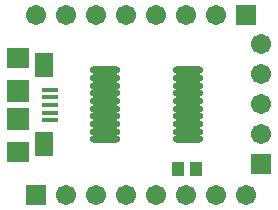
<source format=gts>
G04*
G04 #@! TF.GenerationSoftware,Altium Limited,Altium Designer,22.4.2 (48)*
G04*
G04 Layer_Color=8388736*
%FSLAX25Y25*%
%MOIN*%
G70*
G04*
G04 #@! TF.SameCoordinates,0592E0CC-BA3F-4339-BE53-95EDDC47ECB4*
G04*
G04*
G04 #@! TF.FilePolarity,Negative*
G04*
G01*
G75*
%ADD15R,0.07480X0.07087*%
%ADD16R,0.05315X0.01575*%
%ADD17R,0.06299X0.08268*%
%ADD18R,0.07480X0.07480*%
%ADD19R,0.03950X0.04540*%
%ADD20O,0.10249X0.02572*%
%ADD21R,0.06706X0.06706*%
%ADD22C,0.06706*%
%ADD23R,0.06706X0.06706*%
D15*
X5906Y21654D02*
D03*
Y53150D02*
D03*
D16*
X16535Y39961D02*
D03*
Y32283D02*
D03*
Y34843D02*
D03*
Y37402D02*
D03*
Y42520D02*
D03*
D17*
X14764Y24213D02*
D03*
Y50591D02*
D03*
D18*
X5906Y42126D02*
D03*
Y32677D02*
D03*
D19*
X65354Y15945D02*
D03*
X59449D02*
D03*
D20*
X35039Y48917D02*
D03*
Y46358D02*
D03*
Y43799D02*
D03*
Y41240D02*
D03*
Y38681D02*
D03*
Y36122D02*
D03*
Y33563D02*
D03*
Y31004D02*
D03*
Y28445D02*
D03*
Y25886D02*
D03*
X62598Y48917D02*
D03*
Y46358D02*
D03*
Y43799D02*
D03*
Y41240D02*
D03*
Y38681D02*
D03*
Y36122D02*
D03*
Y33563D02*
D03*
Y31004D02*
D03*
Y28445D02*
D03*
Y25886D02*
D03*
D21*
X87087Y17559D02*
D03*
D22*
Y27559D02*
D03*
Y37559D02*
D03*
Y47559D02*
D03*
Y57559D02*
D03*
X21811Y7402D02*
D03*
X31811D02*
D03*
X41811D02*
D03*
X51811D02*
D03*
X61811D02*
D03*
X71811D02*
D03*
X81811D02*
D03*
X71811Y67402D02*
D03*
X61811D02*
D03*
X51811D02*
D03*
X41811D02*
D03*
X31811D02*
D03*
X21811D02*
D03*
X11811D02*
D03*
D23*
Y7402D02*
D03*
X81811Y67402D02*
D03*
M02*

</source>
